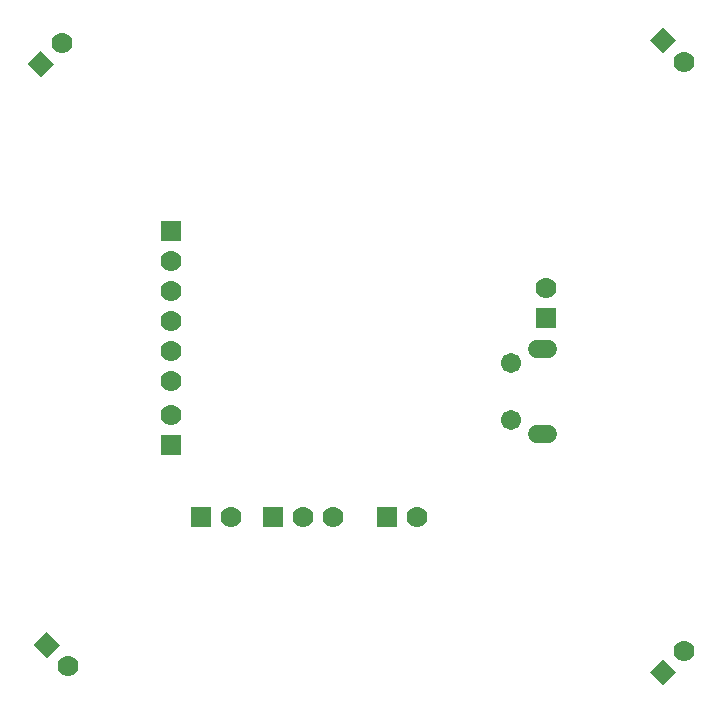
<source format=gbs>
G04 ---------------------------- Layer name :BOTTOM SOLDER LAYER*
G04 EasyEDA v5.5.12, Thu, 07 Jun 2018 12:22:22 GMT*
G04 1a2565b9f4c04a008b83b97b08c39867*
G04 Gerber Generator version 0.2*
G04 Scale: 100 percent, Rotated: No, Reflected: No *
G04 Dimensions in inches *
G04 leading zeros omitted , absolute positions ,2 integer and 4 decimal *
%FSLAX24Y24*%
%MOIN*%
G90*
G70D02*

%ADD54C,0.059181*%
%ADD55C,0.070000*%
%ADD56R,0.070000X0.070000*%
%ADD57C,0.067055*%

%LPD*%
G54D54*
G01X20312Y14321D02*
G01X20667Y14321D01*
G01X20312Y11471D02*
G01X20667Y11471D01*
G54D55*
G01X8100Y13250D03*
G01X8100Y14250D03*
G01X8100Y15250D03*
G01X8100Y16250D03*
G01X8100Y17250D03*
G54D56*
G01X8100Y18250D03*
G54D55*
G01X13500Y8700D03*
G01X12500Y8700D03*
G54D56*
G01X11500Y8700D03*
G01X8100Y11100D03*
G54D55*
G01X8100Y12100D03*
G54D56*
G01X20600Y15350D03*
G54D55*
G01X20600Y16350D03*
G54D56*
G01X9100Y8700D03*
G54D55*
G01X10100Y8700D03*
G54D56*
G01X15300Y8700D03*
G54D55*
G01X16300Y8700D03*
G54D57*
G01X19427Y11946D03*
G01X19427Y13853D03*
G36*
G01X24061Y3549D02*
G01X24500Y3988D01*
G01X24938Y3549D01*
G01X24500Y3111D01*
G01X24061Y3549D01*
G37*
G54D55*
G01X25206Y4257D03*
G36*
G01X24500Y25038D02*
G01X24938Y24600D01*
G01X24500Y24161D01*
G01X24061Y24600D01*
G01X24500Y25038D01*
G37*
G01X25206Y23892D03*
G36*
G01X3950Y4887D02*
G01X4388Y4449D01*
G01X3950Y4011D01*
G01X3511Y4449D01*
G01X3950Y4887D01*
G37*
G01X4656Y3742D03*
G36*
G01X3311Y23800D02*
G01X3749Y24238D01*
G01X4188Y23800D01*
G01X3749Y23361D01*
G01X3311Y23800D01*
G37*
G01X4456Y24507D03*
M00*
M02*

</source>
